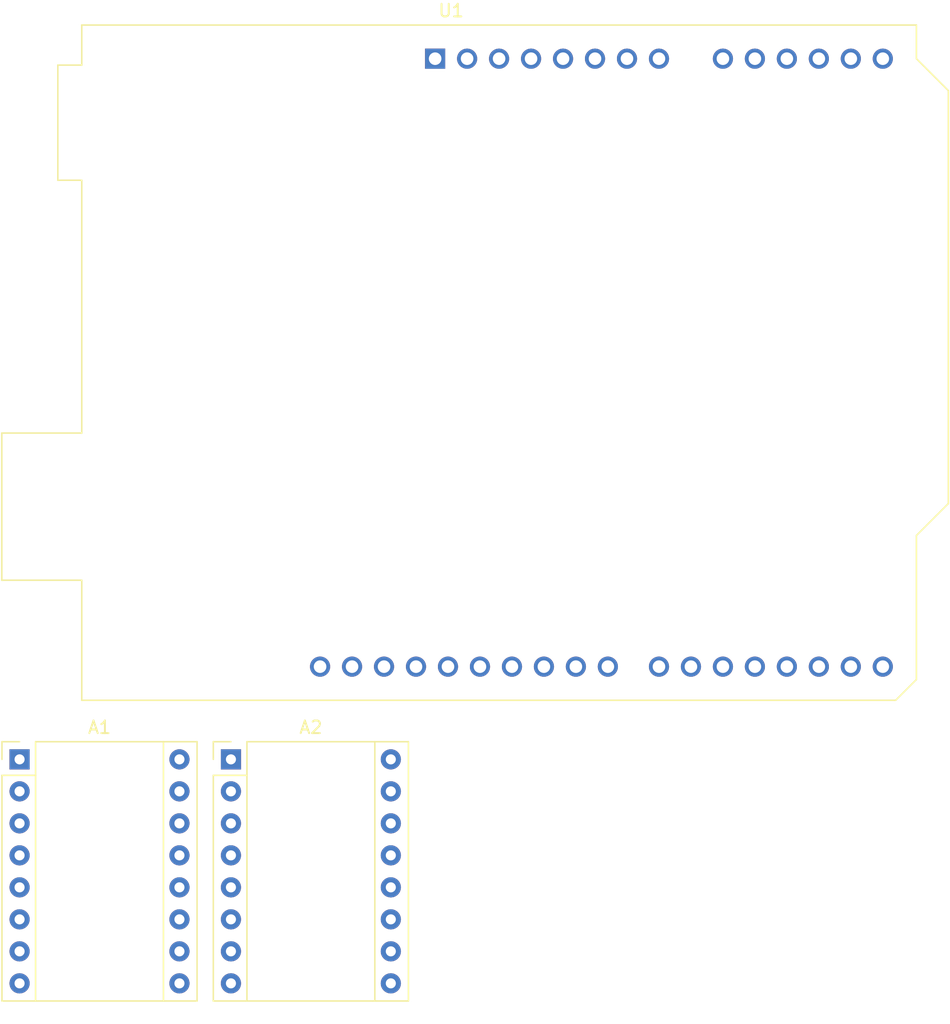
<source format=kicad_pcb>
(kicad_pcb (version 20221018) (generator pcbnew)
  (title_block (title "Self-Stabilize Shield Module") (date "2024-08-06") (rev "1.0") (company "Emerson Kazuyoshi Kaneda") (comment 1 "Universidade Tecnológica Federal do Paraná (UTFPR)") (comment 2 "Instituto Politécnico de Bragança (IPB)") (comment 3 "Centro de Digitalização de Robótica Inteligente (CeDRI)"))
  (layers (0 "F.Cu" signal) (31 "B.Cu" signal) (34 "B.Paste" user) (35 "F.Paste" user) (36 "B.SilkS" user "B.Silkscreen") (37 "F.SilkS" user "F.Silkscreen") (38 "B.Mask" user) (39 "F.Mask" user) (44 "Edge.Cuts" user))
  (net 0 "")
  (net 1 "Net-(U1-VDDA-Pad1)")
  (net 3 "Net-(U1-VDD3P3-Pad3)")
  (net 32 "/Motor Drivers/Roll Direction")
  (net 43 "/Motor Drivers/GND")
  (net 44 "/Motor Drivers/VMOT")
  (net 45 "/Motor Drivers/+5V")
  (net 46 "/Motor Drivers/Roll Step")
  (net 47 "/Motor Drivers/Pitch Step")
  (net 48 "/Motor Drivers/Pitch Direction")
  (footprint "Module:Arduino_UNO_R3_WithMountingHoles" (layer "F.Cu") (at 149.7584 33.3756)
    (fp_text reference "U1" (at 1.27 -3.81 180) (layer "F.SilkS"))
    (fp_text value "ESP32")
    (fp_line (start -34.42 29.72) (end -34.42 41.4) (stroke (width 0.12)) (layer "F.SilkS"))
    (fp_line (start -34.42 41.4) (end -28.07 41.4) (stroke (width 0.12)) (layer "F.SilkS"))
    (fp_line (start -29.97 0.51) (end -29.97 9.65) (stroke (width 0.12)) (layer "F.SilkS"))
    (fp_line (start -29.97 9.65) (end -28.07 9.65) (stroke (width 0.12)) (layer "F.SilkS"))
    (fp_line (start -28.07 -2.67) (end -28.07 0.51) (stroke (width 0.12)) (layer "F.SilkS"))
    (fp_line (start -28.07 0.51) (end -29.97 0.51) (stroke (width 0.12)) (layer "F.SilkS"))
    (fp_line (start -28.07 9.65) (end -28.07 29.72) (stroke (width 0.12)) (layer "F.SilkS"))
    (fp_line (start -28.07 29.72) (end -34.42 29.72) (stroke (width 0.12)) (layer "F.SilkS"))
    (fp_line (start -28.07 41.4) (end -28.07 50.93) (stroke (width 0.12)) (layer "F.SilkS"))
    (fp_line (start -28.07 50.93) (end 36.58 50.93) (stroke (width 0.12)) (layer "F.SilkS"))
    (fp_line (start 36.58 50.93) (end 38.23 49.28) (stroke (width 0.12)) (layer "F.SilkS"))
    (fp_line (start 38.23 -2.67) (end -28.07 -2.67) (stroke (width 0.12)) (layer "F.SilkS"))
    (fp_line (start 38.23 0) (end 38.23 -2.67) (stroke (width 0.12)) (layer "F.SilkS"))
    (fp_line (start 38.23 37.85) (end 40.77 35.31) (stroke (width 0.12)) (layer "F.SilkS"))
    (fp_line (start 38.23 49.28) (end 38.23 37.85) (stroke (width 0.12)) (layer "F.SilkS"))
    (fp_line (start 40.77 2.54) (end 38.23 0) (stroke (width 0.12)) (layer "F.SilkS"))
    (fp_line (start 40.77 35.31) (end 40.77 2.54) (stroke (width 0.12)) (layer "F.SilkS"))
    (pad "" np_thru_hole circle (at -13.97 0 90) (size 3.2 3.2) (drill 3.2) (layers "*.Cu" "*.Mask"))
    (pad "" np_thru_hole circle (at -12.7 48.26 90) (size 3.2 3.2) (drill 3.2) (layers "*.Cu" "*.Mask"))
    (pad "" np_thru_hole circle (at 38.1 5.08 90) (size 3.2 3.2) (drill 3.2) (layers "*.Cu" "*.Mask"))
    (pad "" np_thru_hole circle (at 38.1 33.02 90) (size 3.2 3.2) (drill 3.2) (layers "*.Cu" "*.Mask"))
    (pad "1" thru_hole rect (at 0 0 90) (size 1.6 1.6) (drill 1) (layers "*.Cu" "*.Mask") (net 1 "Net-(U1-VDDA-Pad1)"))
    (pad "2" thru_hole oval (at 2.54 0 90) (size 1.6 1.6) (drill 1) (layers "*.Cu" "*.Mask"))
    (pad "3" thru_hole oval (at 5.08 0 90) (size 1.6 1.6) (drill 1) (layers "*.Cu" "*.Mask") (net 3 "Net-(U1-VDD3P3-Pad3)"))
    (pad "4" thru_hole oval (at 7.62 0 90) (size 1.6 1.6) (drill 1) (layers "*.Cu" "*.Mask") (net 3 "Net-(U1-VDD3P3-Pad3)"))
    (pad "5" thru_hole oval (at 10.16 0 90) (size 1.6 1.6) (drill 1) (layers "*.Cu" "*.Mask"))
    (pad "6" thru_hole oval (at 12.7 0 90) (size 1.6 1.6) (drill 1) (layers "*.Cu" "*.Mask"))
    (pad "7" thru_hole oval (at 15.24 0 90) (size 1.6 1.6) (drill 1) (layers "*.Cu" "*.Mask"))
    (pad "8" thru_hole oval (at 17.78 0 90) (size 1.6 1.6) (drill 1) (layers "*.Cu" "*.Mask"))
    (pad "9" thru_hole oval (at 22.86 0 90) (size 1.6 1.6) (drill 1) (layers "*.Cu" "*.Mask"))
    (pad "10" thru_hole oval (at 25.4 0 90) (size 1.6 1.6) (drill 1) (layers "*.Cu" "*.Mask"))
    (pad "11" thru_hole oval (at 27.94 0 90) (size 1.6 1.6) (drill 1) (layers "*.Cu" "*.Mask"))
    (pad "12" thru_hole oval (at 30.48 0 90) (size 1.6 1.6) (drill 1) (layers "*.Cu" "*.Mask"))
    (pad "13" thru_hole oval (at 33.02 0 90) (size 1.6 1.6) (drill 1) (layers "*.Cu" "*.Mask"))
    (pad "14" thru_hole oval (at 35.56 0 90) (size 1.6 1.6) (drill 1) (layers "*.Cu" "*.Mask"))
    (pad "15" thru_hole oval (at 35.56 48.26 90) (size 1.6 1.6) (drill 1) (layers "*.Cu" "*.Mask"))
    (pad "16" thru_hole oval (at 33.02 48.26 90) (size 1.6 1.6) (drill 1) (layers "*.Cu" "*.Mask"))
    (pad "17" thru_hole oval (at 30.48 48.26 90) (size 1.6 1.6) (drill 1) (layers "*.Cu" "*.Mask") (net 46 "/Motor Drivers/Roll Step"))
    (pad "18" thru_hole oval (at 27.94 48.26 90) (size 1.6 1.6) (drill 1) (layers "*.Cu" "*.Mask") (net 32 "/Motor Drivers/Roll Direction"))
    (pad "19" thru_hole oval (at 25.4 48.26 90) (size 1.6 1.6) (drill 1) (layers "*.Cu" "*.Mask"))
    (pad "20" thru_hole oval (at 22.86 48.26 90) (size 1.6 1.6) (drill 1) (layers "*.Cu" "*.Mask") (net 47 "/Motor Drivers/Pitch Step"))
    (pad "21" thru_hole oval (at 20.32 48.26 90) (size 1.6 1.6) (drill 1) (layers "*.Cu" "*.Mask"))
    (pad "22" thru_hole oval (at 17.78 48.26 90) (size 1.6 1.6) (drill 1) (layers "*.Cu" "*.Mask"))
    (pad "23" thru_hole oval (at 13.72 48.26 90) (size 1.6 1.6) (drill 1) (layers "*.Cu" "*.Mask"))
    (pad "24" thru_hole oval (at 11.18 48.26 90) (size 1.6 1.6) (drill 1) (layers "*.Cu" "*.Mask"))
    (pad "25" thru_hole oval (at 8.64 48.26 90) (size 1.6 1.6) (drill 1) (layers "*.Cu" "*.Mask"))
    (pad "26" thru_hole oval (at 6.1 48.26 90) (size 1.6 1.6) (drill 1) (layers "*.Cu" "*.Mask"))
    (pad "27" thru_hole oval (at 3.56 48.26 90) (size 1.6 1.6) (drill 1) (layers "*.Cu" "*.Mask"))
    (pad "28" thru_hole oval (at 1.02 48.26 90) (size 1.6 1.6) (drill 1) (layers "*.Cu" "*.Mask"))
    (pad "29" thru_hole oval (at -1.52 48.26 90) (size 1.6 1.6) (drill 1) (layers "*.Cu" "*.Mask"))
    (pad "30" thru_hole oval (at -4.06 48.26 90) (size 1.6 1.6) (drill 1) (layers "*.Cu" "*.Mask"))
    (pad "31" thru_hole oval (at -6.6 48.26 90) (size 1.6 1.6) (drill 1) (layers "*.Cu" "*.Mask"))
    (pad "32" thru_hole oval (at -9.14 48.26 90) (size 1.6 1.6) (drill 1) (layers "*.Cu" "*.Mask"))
  )
  (footprint "Module:Pololu_Breakout-16_15.2x20.3mm" (layer "F.Cu") (at 133.5384 88.9956)
    (fp_text reference "A2" (at 6.35 -2.54) (layer "F.SilkS"))
    (fp_text value "Pitch")
    (fp_line (start -1.4 -1.4) (end -1.4 0) (stroke (width 0.12)) (layer "F.SilkS"))
    (fp_line (start -1.4 1.27) (end -1.4 19.18) (stroke (width 0.12)) (layer "F.SilkS"))
    (fp_line (start -1.4 19.18) (end 14.1 19.18) (stroke (width 0.12)) (layer "F.SilkS"))
    (fp_line (start 0 -1.4) (end -1.4 -1.4) (stroke (width 0.12)) (layer "F.SilkS"))
    (fp_line (start 1.27 -1.4) (end 1.27 1.27) (stroke (width 0.12)) (layer "F.SilkS"))
    (fp_line (start 1.27 1.27) (end -1.4 1.27) (stroke (width 0.12)) (layer "F.SilkS"))
    (fp_line (start 1.27 1.27) (end 1.27 19.18) (stroke (width 0.12)) (layer "F.SilkS"))
    (fp_line (start 11.43 -1.4) (end 11.43 19.18) (stroke (width 0.12)) (layer "F.SilkS"))
    (fp_line (start 14.1 -1.4) (end 1.27 -1.4) (stroke (width 0.12)) (layer "F.SilkS"))
    (fp_line (start 14.1 19.18) (end 14.1 -1.4) (stroke (width 0.12)) (layer "F.SilkS"))
    (pad "1" thru_hole rect (at 0 0) (size 1.6 1.6) (drill 0.8) (layers "*.Cu" "*.Mask") (net 43 "/Motor Drivers/GND"))
    (pad "2" thru_hole oval (at 0 2.54) (size 1.6 1.6) (drill 0.8) (layers "*.Cu" "*.Mask"))
    (pad "3" thru_hole oval (at 0 5.08) (size 1.6 1.6) (drill 0.8) (layers "*.Cu" "*.Mask"))
    (pad "4" thru_hole oval (at 0 7.62) (size 1.6 1.6) (drill 0.8) (layers "*.Cu" "*.Mask"))
    (pad "5" thru_hole oval (at 0 10.16) (size 1.6 1.6) (drill 0.8) (layers "*.Cu" "*.Mask"))
    (pad "6" thru_hole oval (at 0 12.7) (size 1.6 1.6) (drill 0.8) (layers "*.Cu" "*.Mask"))
    (pad "7" thru_hole oval (at 0 15.24) (size 1.6 1.6) (drill 0.8) (layers "*.Cu" "*.Mask") (net 43 "/Motor Drivers/GND"))
    (pad "8" thru_hole oval (at 0 17.78) (size 1.6 1.6) (drill 0.8) (layers "*.Cu" "*.Mask") (net 44 "/Motor Drivers/VMOT"))
    (pad "9" thru_hole oval (at 12.7 17.78) (size 1.6 1.6) (drill 0.8) (layers "*.Cu" "*.Mask") (net 45 "/Motor Drivers/+5V"))
    (pad "10" thru_hole oval (at 12.7 15.24) (size 1.6 1.6) (drill 0.8) (layers "*.Cu" "*.Mask"))
    (pad "11" thru_hole oval (at 12.7 12.7) (size 1.6 1.6) (drill 0.8) (layers "*.Cu" "*.Mask"))
    (pad "12" thru_hole oval (at 12.7 10.16) (size 1.6 1.6) (drill 0.8) (layers "*.Cu" "*.Mask"))
    (pad "13" thru_hole oval (at 12.7 7.62) (size 1.6 1.6) (drill 0.8) (layers "*.Cu" "*.Mask"))
    (pad "14" thru_hole oval (at 12.7 5.08) (size 1.6 1.6) (drill 0.8) (layers "*.Cu" "*.Mask"))
    (pad "15" thru_hole oval (at 12.7 2.54) (size 1.6 1.6) (drill 0.8) (layers "*.Cu" "*.Mask") (net 47 "/Motor Drivers/Pitch Step"))
    (pad "16" thru_hole oval (at 12.7 0) (size 1.6 1.6) (drill 0.8) (layers "*.Cu" "*.Mask") (net 48 "/Motor Drivers/Pitch Direction"))
  )
  (footprint "Module:Pololu_Breakout-16_15.2x20.3mm" (layer "F.Cu") (at 116.7484 88.9956)
    (fp_text reference "A1" (at 6.35 -2.54) (layer "F.SilkS"))
    (fp_text value "Roll")
    (fp_line (start -1.4 -1.4) (end -1.4 0) (stroke (width 0.12)) (layer "F.SilkS"))
    (fp_line (start -1.4 1.27) (end -1.4 19.18) (stroke (width 0.12)) (layer "F.SilkS"))
    (fp_line (start -1.4 19.18) (end 14.1 19.18) (stroke (width 0.12)) (layer "F.SilkS"))
    (fp_line (start 0 -1.4) (end -1.4 -1.4) (stroke (width 0.12)) (layer "F.SilkS"))
    (fp_line (start 1.27 -1.4) (end 1.27 1.27) (stroke (width 0.12)) (layer "F.SilkS"))
    (fp_line (start 1.27 1.27) (end -1.4 1.27) (stroke (width 0.12)) (layer "F.SilkS"))
    (fp_line (start 1.27 1.27) (end 1.27 19.18) (stroke (width 0.12)) (layer "F.SilkS"))
    (fp_line (start 11.43 -1.4) (end 11.43 19.18) (stroke (width 0.12)) (layer "F.SilkS"))
    (fp_line (start 14.1 -1.4) (end 1.27 -1.4) (stroke (width 0.12)) (layer "F.SilkS"))
    (fp_line (start 14.1 19.18) (end 14.1 -1.4) (stroke (width 0.12)) (layer "F.SilkS"))
    (pad "1" thru_hole rect (at 0 0) (size 1.6 1.6) (drill 0.8) (layers "*.Cu" "*.Mask") (net 43 "/Motor Drivers/GND"))
    (pad "2" thru_hole oval (at 0 2.54) (size 1.6 1.6) (drill 0.8) (layers "*.Cu" "*.Mask"))
    (pad "3" thru_hole oval (at 0 5.08) (size 1.6 1.6) (drill 0.8) (layers "*.Cu" "*.Mask"))
    (pad "4" thru_hole oval (at 0 7.62) (size 1.6 1.6) (drill 0.8) (layers "*.Cu" "*.Mask"))
    (pad "5" thru_hole oval (at 0 10.16) (size 1.6 1.6) (drill 0.8) (layers "*.Cu" "*.Mask"))
    (pad "6" thru_hole oval (at 0 12.7) (size 1.6 1.6) (drill 0.8) (layers "*.Cu" "*.Mask"))
    (pad "7" thru_hole oval (at 0 15.24) (size 1.6 1.6) (drill 0.8) (layers "*.Cu" "*.Mask") (net 43 "/Motor Drivers/GND"))
    (pad "8" thru_hole oval (at 0 17.78) (size 1.6 1.6) (drill 0.8) (layers "*.Cu" "*.Mask") (net 44 "/Motor Drivers/VMOT"))
    (pad "9" thru_hole oval (at 12.7 17.78) (size 1.6 1.6) (drill 0.8) (layers "*.Cu" "*.Mask") (net 45 "/Motor Drivers/+5V"))
    (pad "10" thru_hole oval (at 12.7 15.24) (size 1.6 1.6) (drill 0.8) (layers "*.Cu" "*.Mask"))
    (pad "11" thru_hole oval (at 12.7 12.7) (size 1.6 1.6) (drill 0.8) (layers "*.Cu" "*.Mask"))
    (pad "12" thru_hole oval (at 12.7 10.16) (size 1.6 1.6) (drill 0.8) (layers "*.Cu" "*.Mask"))
    (pad "13" thru_hole oval (at 12.7 7.62) (size 1.6 1.6) (drill 0.8) (layers "*.Cu" "*.Mask"))
    (pad "14" thru_hole oval (at 12.7 5.08) (size 1.6 1.6) (drill 0.8) (layers "*.Cu" "*.Mask"))
    (pad "15" thru_hole oval (at 12.7 2.54) (size 1.6 1.6) (drill 0.8) (layers "*.Cu" "*.Mask") (net 46 "/Motor Drivers/Roll Step"))
    (pad "16" thru_hole oval (at 12.7 0) (size 1.6 1.6) (drill 0.8) (layers "*.Cu" "*.Mask") (net 32 "/Motor Drivers/Roll Direction"))
  )
)
</source>
